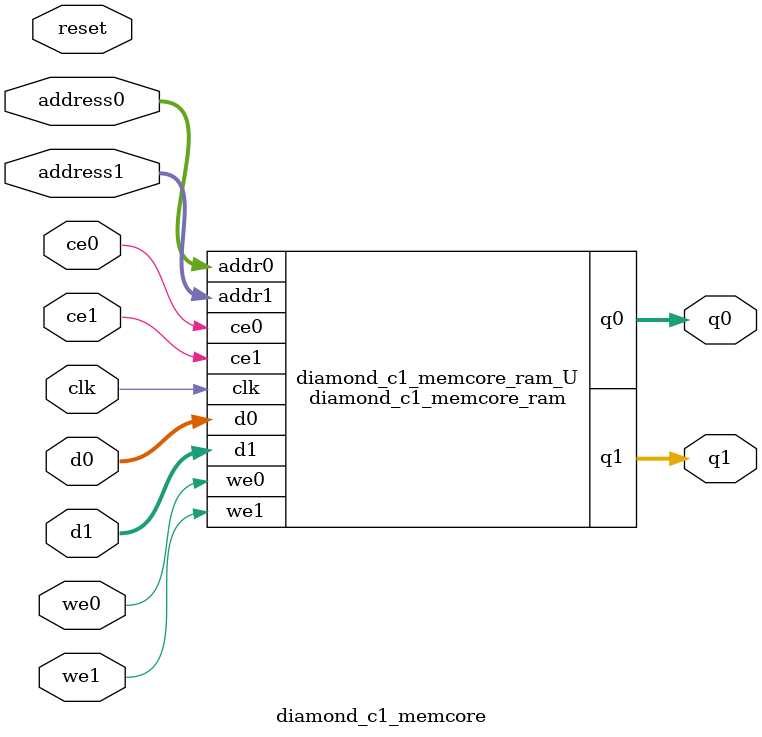
<source format=v>
`timescale 1 ns / 1 ps
module diamond_c1_memcore_ram (addr0, ce0, d0, we0, q0, addr1, ce1, d1, we1, q1,  clk);

parameter DWIDTH = 8;
parameter AWIDTH = 7;
parameter MEM_SIZE = 100;

input[AWIDTH-1:0] addr0;
input ce0;
input[DWIDTH-1:0] d0;
input we0;
output reg[DWIDTH-1:0] q0;
input[AWIDTH-1:0] addr1;
input ce1;
input[DWIDTH-1:0] d1;
input we1;
output reg[DWIDTH-1:0] q1;
input clk;

reg [DWIDTH-1:0] ram[0:MEM_SIZE-1];




always @(posedge clk)  
begin 
    if (ce0) begin
        if (we0) 
            ram[addr0] <= d0; 
        q0 <= ram[addr0];
    end
end


always @(posedge clk)  
begin 
    if (ce1) begin
        if (we1) 
            ram[addr1] <= d1; 
        q1 <= ram[addr1];
    end
end


endmodule

`timescale 1 ns / 1 ps
module diamond_c1_memcore(
    reset,
    clk,
    address0,
    ce0,
    we0,
    d0,
    q0,
    address1,
    ce1,
    we1,
    d1,
    q1);

parameter DataWidth = 32'd8;
parameter AddressRange = 32'd100;
parameter AddressWidth = 32'd7;
input reset;
input clk;
input[AddressWidth - 1:0] address0;
input ce0;
input we0;
input[DataWidth - 1:0] d0;
output[DataWidth - 1:0] q0;
input[AddressWidth - 1:0] address1;
input ce1;
input we1;
input[DataWidth - 1:0] d1;
output[DataWidth - 1:0] q1;



diamond_c1_memcore_ram diamond_c1_memcore_ram_U(
    .clk( clk ),
    .addr0( address0 ),
    .ce0( ce0 ),
    .we0( we0 ),
    .d0( d0 ),
    .q0( q0 ),
    .addr1( address1 ),
    .ce1( ce1 ),
    .we1( we1 ),
    .d1( d1 ),
    .q1( q1 ));

endmodule


</source>
